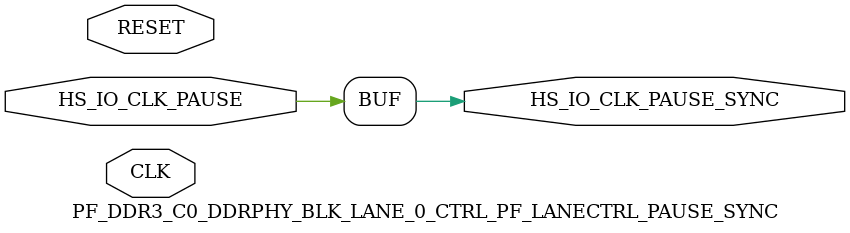
<source format=v>


module PF_DDR3_C0_DDRPHY_BLK_LANE_0_CTRL_PF_LANECTRL_PAUSE_SYNC( CLK, RESET, HS_IO_CLK_PAUSE, HS_IO_CLK_PAUSE_SYNC );
	
	input CLK, RESET, HS_IO_CLK_PAUSE;
	output HS_IO_CLK_PAUSE_SYNC;

	parameter ENABLE_PAUSE_EXTENSION = 2'b00;

	reg pause_reg_0, pause_reg_1, pause;
	wire pause_sync_0_i;

	generate 
		if( ENABLE_PAUSE_EXTENSION == 3'b000 ) begin : feed
			assign HS_IO_CLK_PAUSE_SYNC = HS_IO_CLK_PAUSE;
		end else if( ENABLE_PAUSE_EXTENSION == 3'b001 ) begin : pipe
			(* HS_IO_CLK_PAUSE_SYNC = 1, syn_keep = 1 *) SLE pause_sync_0(
				.CLK( CLK ),
				.D( HS_IO_CLK_PAUSE ),
				.Q( pause_sync_0_i ),
				.LAT( 1'b0 ),
				.EN( 1'b1 ),
				.ALn( ~RESET ),
				.ADn( 1'b1 ),
				.SLn( 1'b1 ),
				.SD( 1'b0 )
				);

			(* HS_IO_CLK_PAUSE_SYNC = 1, syn_keep = 1 *) SLE pause_sync (
				.CLK( CLK ),
				.D( pause_sync_0_i ),
				.Q( HS_IO_CLK_PAUSE_SYNC ),
				.LAT( 1'b0 ),
				.EN( 1'b1 ),
				.ALn( ~RESET ),
				.ADn( 1'b1 ),
				.SLn( 1'b1 ),
				.SD( 1'b0 )
				);
		end else if ( ENABLE_PAUSE_EXTENSION == 3'b010 ) begin : ext_pipe
			always @(posedge CLK or posedge RESET) begin : ext
				if( RESET == 1'b1 ) begin
					pause_reg_0 <= 1'b0;
					pause_reg_1 <= 1'b0;
					pause <= 1'b0;
				end else begin
					pause_reg_0 <= HS_IO_CLK_PAUSE;
					pause_reg_1 <= pause_reg_0;
					if( HS_IO_CLK_PAUSE == 1'b0 && pause_reg_0 ==1'b1 && pause_reg_1 == 1'b0 )
						pause <= 1'b1; // Extend by 1 cycle if the pulse is less than a cycle
					else
						pause <= HS_IO_CLK_PAUSE;
				end
			end

			(* HS_IO_CLK_PAUSE_SYNC = 1, syn_keep = 1 *) SLE pause_sync (
				.CLK( CLK ),
				.D( pause ),
				.Q( HS_IO_CLK_PAUSE_SYNC ),
				.LAT( 1'b0 ),
				.EN( 1'b1 ),
				.ALn( ~RESET ),
				.ADn( 1'b1 ),
				.SLn( 1'b1 ),
				.SD( 1'b0 )
				);
		end else if ( ENABLE_PAUSE_EXTENSION == 3'b011 ) begin : pipe_fall 
			(* HS_IO_CLK_PAUSE_SYNC = 1, syn_keep = 1 *) SLE pause_sync_0 (
				.CLK( CLK ),
				.D( HS_IO_CLK_PAUSE ),
				.Q( pause_sync_0_i ),
				.LAT( 1'b0 ),
				.EN( 1'b1 ),
				.ALn( ~RESET ),
				.ADn( 1'b1 ),
				.SLn( 1'b1 ),
				.SD( 1'b0 )
				);

			(* HS_IO_CLK_PAUSE_SYNC = 1, syn_keep = 1 *) SLE pause_sync (
				.CLK( ~CLK ),
				.D( pause_sync_0_i ),
				.Q( HS_IO_CLK_PAUSE_SYNC ),
				.LAT( 1'b0 ),
				.EN( 1'b1 ),
				.ALn( ~RESET ),
				.ADn( 1'b1 ),
				.SLn( 1'b1 ),
				.SD( 1'b0 )
				);
		end else if ( ENABLE_PAUSE_EXTENSION == 3'b100 ) begin : ext_pipe_fall 
			always @(posedge CLK or posedge RESET) begin : ext
				if( RESET == 1'b1 ) begin
					pause_reg_0 <= 1'b0;
					pause_reg_1 <= 1'b0;
					pause <= 1'b0;
				end else begin
					pause_reg_0 <= HS_IO_CLK_PAUSE;
					pause_reg_1 <= pause_reg_0;
					if( HS_IO_CLK_PAUSE == 1'b0 && pause_reg_0 ==1'b1 && pause_reg_1 == 1'b0 )
						pause <= 1'b1; // Extend by 1 cycle if the pulse is less than a cycle
					else
						pause <= HS_IO_CLK_PAUSE;
				end
			end

			(* HS_IO_CLK_PAUSE_SYNC = 1, syn_keep = 1 *) SLE pause_sync (
				.CLK( ~CLK ),
				.D( pause ),
				.Q( HS_IO_CLK_PAUSE_SYNC ),
				.LAT( 1'b0 ),
				.EN( 1'b1 ),
				.ALn( ~RESET ),
				.ADn( 1'b1 ),
				.SLn( 1'b1 ),
				.SD( 1'b0 )
				);
		end
	endgenerate

endmodule
</source>
